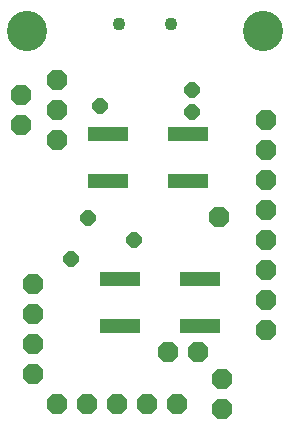
<source format=gbs>
G75*
G70*
%OFA0B0*%
%FSLAX24Y24*%
%IPPOS*%
%LPD*%
%AMOC8*
5,1,8,0,0,1.08239X$1,22.5*
%
%ADD10C,0.1340*%
%ADD11OC8,0.0680*%
%ADD12C,0.0434*%
%ADD13R,0.1340X0.0474*%
%ADD14OC8,0.0516*%
D10*
X001862Y013572D03*
X009736Y013572D03*
D11*
X002059Y002131D03*
X002059Y003131D03*
X002059Y004131D03*
X002059Y005131D03*
X002874Y001131D03*
X003874Y001131D03*
X004874Y001131D03*
X005874Y001131D03*
X006874Y001131D03*
X006578Y002844D03*
X007578Y002844D03*
X008358Y001966D03*
X008358Y000966D03*
X009834Y003576D03*
X009834Y004576D03*
X009834Y005576D03*
X009834Y006576D03*
X009834Y007576D03*
X009834Y008576D03*
X009834Y009576D03*
X009834Y010576D03*
X008259Y007371D03*
X002846Y009914D03*
X002846Y010914D03*
X002846Y011914D03*
X001665Y011414D03*
X001665Y010414D03*
D12*
X004933Y013792D03*
X006665Y013792D03*
D13*
X007236Y010127D03*
X007236Y008552D03*
X004559Y008552D03*
X004559Y010127D03*
X004952Y005304D03*
X004952Y003729D03*
X007629Y003729D03*
X007629Y005304D03*
D14*
X005415Y006594D03*
X003909Y007312D03*
X003333Y005944D03*
X007354Y010855D03*
X007374Y011603D03*
X004303Y011052D03*
M02*

</source>
